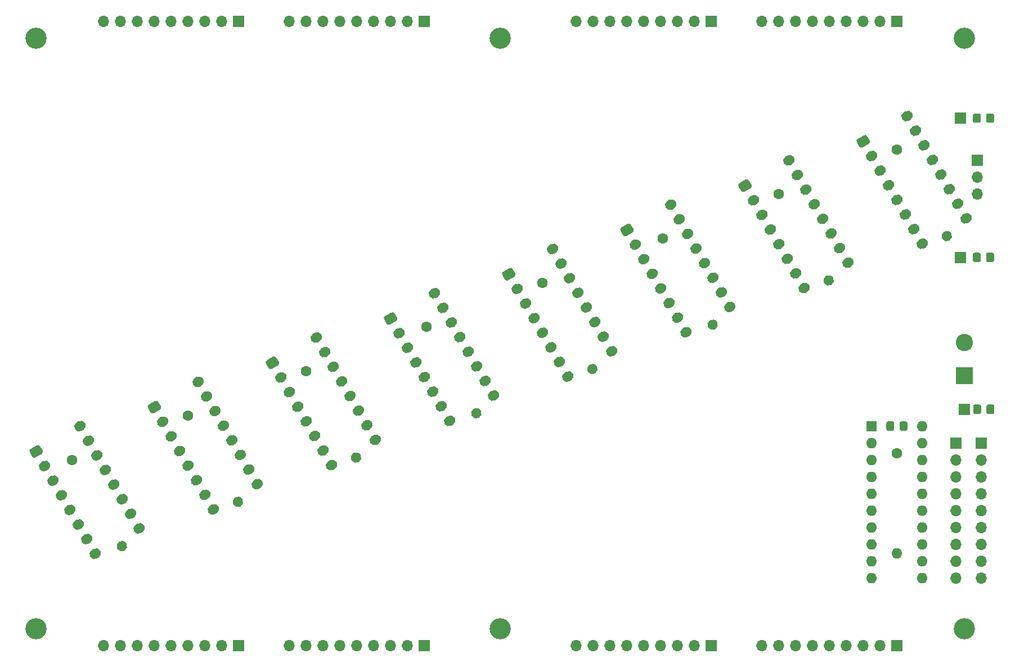
<source format=gbr>
%TF.GenerationSoftware,KiCad,Pcbnew,(5.1.8)-1*%
%TF.CreationDate,2024-07-21T13:54:42+03:00*%
%TF.ProjectId,MUX8x1-v5,4d555838-7831-42d7-9635-2e6b69636164,rev?*%
%TF.SameCoordinates,Original*%
%TF.FileFunction,Soldermask,Bot*%
%TF.FilePolarity,Negative*%
%FSLAX46Y46*%
G04 Gerber Fmt 4.6, Leading zero omitted, Abs format (unit mm)*
G04 Created by KiCad (PCBNEW (5.1.8)-1) date 2024-07-21 13:54:43*
%MOMM*%
%LPD*%
G01*
G04 APERTURE LIST*
%ADD10R,1.700000X1.700000*%
%ADD11O,1.700000X1.700000*%
%ADD12C,3.200000*%
%ADD13O,1.600000X1.600000*%
%ADD14R,1.600000X1.600000*%
%ADD15C,2.600000*%
%ADD16R,2.600000X2.600000*%
%ADD17C,1.600000*%
G04 APERTURE END LIST*
D10*
%TO.C,J20*%
X172085000Y-68580000D03*
%TD*%
D11*
%TO.C,J11*%
X142240000Y-127000000D03*
X144780000Y-127000000D03*
X147320000Y-127000000D03*
X149860000Y-127000000D03*
X152400000Y-127000000D03*
X154940000Y-127000000D03*
X157480000Y-127000000D03*
X160020000Y-127000000D03*
D10*
X162560000Y-127000000D03*
%TD*%
D12*
%TO.C,H6*%
X172720000Y-124460000D03*
%TD*%
%TO.C,H5*%
X172720000Y-35560000D03*
%TD*%
D13*
%TO.C,U9*%
X166370000Y-93980000D03*
X158750000Y-116840000D03*
X166370000Y-96520000D03*
X158750000Y-114300000D03*
X166370000Y-99060000D03*
X158750000Y-111760000D03*
X166370000Y-101600000D03*
X158750000Y-109220000D03*
X166370000Y-104140000D03*
X158750000Y-106680000D03*
X166370000Y-106680000D03*
X158750000Y-104140000D03*
X166370000Y-109220000D03*
X158750000Y-101600000D03*
X166370000Y-111760000D03*
X158750000Y-99060000D03*
X166370000Y-114300000D03*
X158750000Y-96520000D03*
X166370000Y-116840000D03*
D14*
X158750000Y-93980000D03*
%TD*%
%TO.C,U8*%
G36*
G01*
X38839691Y-94430000D02*
X38839691Y-94430000D01*
G75*
G02*
X39114210Y-93405481I649519J375000D01*
G01*
X39374018Y-93255481D01*
G75*
G02*
X40398537Y-93530000I375000J-649519D01*
G01*
X40398537Y-93530000D01*
G75*
G02*
X40124018Y-94554519I-649519J-375000D01*
G01*
X39864210Y-94704519D01*
G75*
G02*
X38839691Y-94430000I-375000J649519D01*
G01*
G37*
G36*
G01*
X41130577Y-113637932D02*
X41130577Y-113637932D01*
G75*
G02*
X41405096Y-112613413I649519J375000D01*
G01*
X41664904Y-112463413D01*
G75*
G02*
X42689423Y-112737932I375000J-649519D01*
G01*
X42689423Y-112737932D01*
G75*
G02*
X42414904Y-113762451I-649519J-375000D01*
G01*
X42155096Y-113912451D01*
G75*
G02*
X41130577Y-113637932I-375000J649519D01*
G01*
G37*
G36*
G01*
X40109691Y-96629705D02*
X40109691Y-96629705D01*
G75*
G02*
X40384210Y-95605186I649519J375000D01*
G01*
X40644018Y-95455186D01*
G75*
G02*
X41668537Y-95729705I375000J-649519D01*
G01*
X41668537Y-95729705D01*
G75*
G02*
X41394018Y-96754224I-649519J-375000D01*
G01*
X41134210Y-96904224D01*
G75*
G02*
X40109691Y-96629705I-375000J649519D01*
G01*
G37*
G36*
G01*
X39860577Y-111438227D02*
X39860577Y-111438227D01*
G75*
G02*
X40135096Y-110413708I649519J375000D01*
G01*
X40394904Y-110263708D01*
G75*
G02*
X41419423Y-110538227I375000J-649519D01*
G01*
X41419423Y-110538227D01*
G75*
G02*
X41144904Y-111562746I-649519J-375000D01*
G01*
X40885096Y-111712746D01*
G75*
G02*
X39860577Y-111438227I-375000J649519D01*
G01*
G37*
G36*
G01*
X41379691Y-98829409D02*
X41379691Y-98829409D01*
G75*
G02*
X41654210Y-97804890I649519J375000D01*
G01*
X41914018Y-97654890D01*
G75*
G02*
X42938537Y-97929409I375000J-649519D01*
G01*
X42938537Y-97929409D01*
G75*
G02*
X42664018Y-98953928I-649519J-375000D01*
G01*
X42404210Y-99103928D01*
G75*
G02*
X41379691Y-98829409I-375000J649519D01*
G01*
G37*
G36*
G01*
X38590577Y-109238523D02*
X38590577Y-109238523D01*
G75*
G02*
X38865096Y-108214004I649519J375000D01*
G01*
X39124904Y-108064004D01*
G75*
G02*
X40149423Y-108338523I375000J-649519D01*
G01*
X40149423Y-108338523D01*
G75*
G02*
X39874904Y-109363042I-649519J-375000D01*
G01*
X39615096Y-109513042D01*
G75*
G02*
X38590577Y-109238523I-375000J649519D01*
G01*
G37*
G36*
G01*
X42649691Y-101029114D02*
X42649691Y-101029114D01*
G75*
G02*
X42924210Y-100004595I649519J375000D01*
G01*
X43184018Y-99854595D01*
G75*
G02*
X44208537Y-100129114I375000J-649519D01*
G01*
X44208537Y-100129114D01*
G75*
G02*
X43934018Y-101153633I-649519J-375000D01*
G01*
X43674210Y-101303633D01*
G75*
G02*
X42649691Y-101029114I-375000J649519D01*
G01*
G37*
G36*
G01*
X37320577Y-107038818D02*
X37320577Y-107038818D01*
G75*
G02*
X37595096Y-106014299I649519J375000D01*
G01*
X37854904Y-105864299D01*
G75*
G02*
X38879423Y-106138818I375000J-649519D01*
G01*
X38879423Y-106138818D01*
G75*
G02*
X38604904Y-107163337I-649519J-375000D01*
G01*
X38345096Y-107313337D01*
G75*
G02*
X37320577Y-107038818I-375000J649519D01*
G01*
G37*
G36*
G01*
X43919691Y-103228818D02*
X43919691Y-103228818D01*
G75*
G02*
X44194210Y-102204299I649519J375000D01*
G01*
X44454018Y-102054299D01*
G75*
G02*
X45478537Y-102328818I375000J-649519D01*
G01*
X45478537Y-102328818D01*
G75*
G02*
X45204018Y-103353337I-649519J-375000D01*
G01*
X44944210Y-103503337D01*
G75*
G02*
X43919691Y-103228818I-375000J649519D01*
G01*
G37*
G36*
G01*
X36050577Y-104839114D02*
X36050577Y-104839114D01*
G75*
G02*
X36325096Y-103814595I649519J375000D01*
G01*
X36584904Y-103664595D01*
G75*
G02*
X37609423Y-103939114I375000J-649519D01*
G01*
X37609423Y-103939114D01*
G75*
G02*
X37334904Y-104963633I-649519J-375000D01*
G01*
X37075096Y-105113633D01*
G75*
G02*
X36050577Y-104839114I-375000J649519D01*
G01*
G37*
G36*
G01*
X45189691Y-105428523D02*
X45189691Y-105428523D01*
G75*
G02*
X45464210Y-104404004I649519J375000D01*
G01*
X45724018Y-104254004D01*
G75*
G02*
X46748537Y-104528523I375000J-649519D01*
G01*
X46748537Y-104528523D01*
G75*
G02*
X46474018Y-105553042I-649519J-375000D01*
G01*
X46214210Y-105703042D01*
G75*
G02*
X45189691Y-105428523I-375000J649519D01*
G01*
G37*
G36*
G01*
X34780577Y-102639409D02*
X34780577Y-102639409D01*
G75*
G02*
X35055096Y-101614890I649519J375000D01*
G01*
X35314904Y-101464890D01*
G75*
G02*
X36339423Y-101739409I375000J-649519D01*
G01*
X36339423Y-101739409D01*
G75*
G02*
X36064904Y-102763928I-649519J-375000D01*
G01*
X35805096Y-102913928D01*
G75*
G02*
X34780577Y-102639409I-375000J649519D01*
G01*
G37*
G36*
G01*
X46459691Y-107628227D02*
X46459691Y-107628227D01*
G75*
G02*
X46734210Y-106603708I649519J375000D01*
G01*
X46994018Y-106453708D01*
G75*
G02*
X48018537Y-106728227I375000J-649519D01*
G01*
X48018537Y-106728227D01*
G75*
G02*
X47744018Y-107752746I-649519J-375000D01*
G01*
X47484210Y-107902746D01*
G75*
G02*
X46459691Y-107628227I-375000J649519D01*
G01*
G37*
G36*
G01*
X33510577Y-100439705D02*
X33510577Y-100439705D01*
G75*
G02*
X33785096Y-99415186I649519J375000D01*
G01*
X34044904Y-99265186D01*
G75*
G02*
X35069423Y-99539705I375000J-649519D01*
G01*
X35069423Y-99539705D01*
G75*
G02*
X34794904Y-100564224I-649519J-375000D01*
G01*
X34535096Y-100714224D01*
G75*
G02*
X33510577Y-100439705I-375000J649519D01*
G01*
G37*
G36*
G01*
X47729691Y-109827932D02*
X47729691Y-109827932D01*
G75*
G02*
X48004210Y-108803413I649519J375000D01*
G01*
X48264018Y-108653413D01*
G75*
G02*
X49288537Y-108927932I375000J-649519D01*
G01*
X49288537Y-108927932D01*
G75*
G02*
X49014018Y-109952451I-649519J-375000D01*
G01*
X48754210Y-110102451D01*
G75*
G02*
X47729691Y-109827932I-375000J649519D01*
G01*
G37*
G36*
G01*
X32428077Y-98564760D02*
X32053077Y-97915240D01*
G75*
G02*
X32190337Y-97402980I324760J187500D01*
G01*
X33099663Y-96877980D01*
G75*
G02*
X33611923Y-97015240I187500J-324760D01*
G01*
X33986923Y-97664760D01*
G75*
G02*
X33849663Y-98177020I-324760J-187500D01*
G01*
X32940337Y-98702020D01*
G75*
G02*
X32428077Y-98564760I-187500J324760D01*
G01*
G37*
%TD*%
%TO.C,U7*%
G36*
G01*
X56619691Y-87762500D02*
X56619691Y-87762500D01*
G75*
G02*
X56894210Y-86737981I649519J375000D01*
G01*
X57154018Y-86587981D01*
G75*
G02*
X58178537Y-86862500I375000J-649519D01*
G01*
X58178537Y-86862500D01*
G75*
G02*
X57904018Y-87887019I-649519J-375000D01*
G01*
X57644210Y-88037019D01*
G75*
G02*
X56619691Y-87762500I-375000J649519D01*
G01*
G37*
G36*
G01*
X58910577Y-106970432D02*
X58910577Y-106970432D01*
G75*
G02*
X59185096Y-105945913I649519J375000D01*
G01*
X59444904Y-105795913D01*
G75*
G02*
X60469423Y-106070432I375000J-649519D01*
G01*
X60469423Y-106070432D01*
G75*
G02*
X60194904Y-107094951I-649519J-375000D01*
G01*
X59935096Y-107244951D01*
G75*
G02*
X58910577Y-106970432I-375000J649519D01*
G01*
G37*
G36*
G01*
X57889691Y-89962205D02*
X57889691Y-89962205D01*
G75*
G02*
X58164210Y-88937686I649519J375000D01*
G01*
X58424018Y-88787686D01*
G75*
G02*
X59448537Y-89062205I375000J-649519D01*
G01*
X59448537Y-89062205D01*
G75*
G02*
X59174018Y-90086724I-649519J-375000D01*
G01*
X58914210Y-90236724D01*
G75*
G02*
X57889691Y-89962205I-375000J649519D01*
G01*
G37*
G36*
G01*
X57640577Y-104770727D02*
X57640577Y-104770727D01*
G75*
G02*
X57915096Y-103746208I649519J375000D01*
G01*
X58174904Y-103596208D01*
G75*
G02*
X59199423Y-103870727I375000J-649519D01*
G01*
X59199423Y-103870727D01*
G75*
G02*
X58924904Y-104895246I-649519J-375000D01*
G01*
X58665096Y-105045246D01*
G75*
G02*
X57640577Y-104770727I-375000J649519D01*
G01*
G37*
G36*
G01*
X59159691Y-92161909D02*
X59159691Y-92161909D01*
G75*
G02*
X59434210Y-91137390I649519J375000D01*
G01*
X59694018Y-90987390D01*
G75*
G02*
X60718537Y-91261909I375000J-649519D01*
G01*
X60718537Y-91261909D01*
G75*
G02*
X60444018Y-92286428I-649519J-375000D01*
G01*
X60184210Y-92436428D01*
G75*
G02*
X59159691Y-92161909I-375000J649519D01*
G01*
G37*
G36*
G01*
X56370577Y-102571023D02*
X56370577Y-102571023D01*
G75*
G02*
X56645096Y-101546504I649519J375000D01*
G01*
X56904904Y-101396504D01*
G75*
G02*
X57929423Y-101671023I375000J-649519D01*
G01*
X57929423Y-101671023D01*
G75*
G02*
X57654904Y-102695542I-649519J-375000D01*
G01*
X57395096Y-102845542D01*
G75*
G02*
X56370577Y-102571023I-375000J649519D01*
G01*
G37*
G36*
G01*
X60429691Y-94361614D02*
X60429691Y-94361614D01*
G75*
G02*
X60704210Y-93337095I649519J375000D01*
G01*
X60964018Y-93187095D01*
G75*
G02*
X61988537Y-93461614I375000J-649519D01*
G01*
X61988537Y-93461614D01*
G75*
G02*
X61714018Y-94486133I-649519J-375000D01*
G01*
X61454210Y-94636133D01*
G75*
G02*
X60429691Y-94361614I-375000J649519D01*
G01*
G37*
G36*
G01*
X55100577Y-100371318D02*
X55100577Y-100371318D01*
G75*
G02*
X55375096Y-99346799I649519J375000D01*
G01*
X55634904Y-99196799D01*
G75*
G02*
X56659423Y-99471318I375000J-649519D01*
G01*
X56659423Y-99471318D01*
G75*
G02*
X56384904Y-100495837I-649519J-375000D01*
G01*
X56125096Y-100645837D01*
G75*
G02*
X55100577Y-100371318I-375000J649519D01*
G01*
G37*
G36*
G01*
X61699691Y-96561318D02*
X61699691Y-96561318D01*
G75*
G02*
X61974210Y-95536799I649519J375000D01*
G01*
X62234018Y-95386799D01*
G75*
G02*
X63258537Y-95661318I375000J-649519D01*
G01*
X63258537Y-95661318D01*
G75*
G02*
X62984018Y-96685837I-649519J-375000D01*
G01*
X62724210Y-96835837D01*
G75*
G02*
X61699691Y-96561318I-375000J649519D01*
G01*
G37*
G36*
G01*
X53830577Y-98171614D02*
X53830577Y-98171614D01*
G75*
G02*
X54105096Y-97147095I649519J375000D01*
G01*
X54364904Y-96997095D01*
G75*
G02*
X55389423Y-97271614I375000J-649519D01*
G01*
X55389423Y-97271614D01*
G75*
G02*
X55114904Y-98296133I-649519J-375000D01*
G01*
X54855096Y-98446133D01*
G75*
G02*
X53830577Y-98171614I-375000J649519D01*
G01*
G37*
G36*
G01*
X62969691Y-98761023D02*
X62969691Y-98761023D01*
G75*
G02*
X63244210Y-97736504I649519J375000D01*
G01*
X63504018Y-97586504D01*
G75*
G02*
X64528537Y-97861023I375000J-649519D01*
G01*
X64528537Y-97861023D01*
G75*
G02*
X64254018Y-98885542I-649519J-375000D01*
G01*
X63994210Y-99035542D01*
G75*
G02*
X62969691Y-98761023I-375000J649519D01*
G01*
G37*
G36*
G01*
X52560577Y-95971909D02*
X52560577Y-95971909D01*
G75*
G02*
X52835096Y-94947390I649519J375000D01*
G01*
X53094904Y-94797390D01*
G75*
G02*
X54119423Y-95071909I375000J-649519D01*
G01*
X54119423Y-95071909D01*
G75*
G02*
X53844904Y-96096428I-649519J-375000D01*
G01*
X53585096Y-96246428D01*
G75*
G02*
X52560577Y-95971909I-375000J649519D01*
G01*
G37*
G36*
G01*
X64239691Y-100960727D02*
X64239691Y-100960727D01*
G75*
G02*
X64514210Y-99936208I649519J375000D01*
G01*
X64774018Y-99786208D01*
G75*
G02*
X65798537Y-100060727I375000J-649519D01*
G01*
X65798537Y-100060727D01*
G75*
G02*
X65524018Y-101085246I-649519J-375000D01*
G01*
X65264210Y-101235246D01*
G75*
G02*
X64239691Y-100960727I-375000J649519D01*
G01*
G37*
G36*
G01*
X51290577Y-93772205D02*
X51290577Y-93772205D01*
G75*
G02*
X51565096Y-92747686I649519J375000D01*
G01*
X51824904Y-92597686D01*
G75*
G02*
X52849423Y-92872205I375000J-649519D01*
G01*
X52849423Y-92872205D01*
G75*
G02*
X52574904Y-93896724I-649519J-375000D01*
G01*
X52315096Y-94046724D01*
G75*
G02*
X51290577Y-93772205I-375000J649519D01*
G01*
G37*
G36*
G01*
X65509691Y-103160432D02*
X65509691Y-103160432D01*
G75*
G02*
X65784210Y-102135913I649519J375000D01*
G01*
X66044018Y-101985913D01*
G75*
G02*
X67068537Y-102260432I375000J-649519D01*
G01*
X67068537Y-102260432D01*
G75*
G02*
X66794018Y-103284951I-649519J-375000D01*
G01*
X66534210Y-103434951D01*
G75*
G02*
X65509691Y-103160432I-375000J649519D01*
G01*
G37*
G36*
G01*
X50208077Y-91897260D02*
X49833077Y-91247740D01*
G75*
G02*
X49970337Y-90735480I324760J187500D01*
G01*
X50879663Y-90210480D01*
G75*
G02*
X51391923Y-90347740I187500J-324760D01*
G01*
X51766923Y-90997260D01*
G75*
G02*
X51629663Y-91509520I-324760J-187500D01*
G01*
X50720337Y-92034520D01*
G75*
G02*
X50208077Y-91897260I-187500J324760D01*
G01*
G37*
%TD*%
%TO.C,U6*%
G36*
G01*
X74399691Y-81095000D02*
X74399691Y-81095000D01*
G75*
G02*
X74674210Y-80070481I649519J375000D01*
G01*
X74934018Y-79920481D01*
G75*
G02*
X75958537Y-80195000I375000J-649519D01*
G01*
X75958537Y-80195000D01*
G75*
G02*
X75684018Y-81219519I-649519J-375000D01*
G01*
X75424210Y-81369519D01*
G75*
G02*
X74399691Y-81095000I-375000J649519D01*
G01*
G37*
G36*
G01*
X76690577Y-100302932D02*
X76690577Y-100302932D01*
G75*
G02*
X76965096Y-99278413I649519J375000D01*
G01*
X77224904Y-99128413D01*
G75*
G02*
X78249423Y-99402932I375000J-649519D01*
G01*
X78249423Y-99402932D01*
G75*
G02*
X77974904Y-100427451I-649519J-375000D01*
G01*
X77715096Y-100577451D01*
G75*
G02*
X76690577Y-100302932I-375000J649519D01*
G01*
G37*
G36*
G01*
X75669691Y-83294705D02*
X75669691Y-83294705D01*
G75*
G02*
X75944210Y-82270186I649519J375000D01*
G01*
X76204018Y-82120186D01*
G75*
G02*
X77228537Y-82394705I375000J-649519D01*
G01*
X77228537Y-82394705D01*
G75*
G02*
X76954018Y-83419224I-649519J-375000D01*
G01*
X76694210Y-83569224D01*
G75*
G02*
X75669691Y-83294705I-375000J649519D01*
G01*
G37*
G36*
G01*
X75420577Y-98103227D02*
X75420577Y-98103227D01*
G75*
G02*
X75695096Y-97078708I649519J375000D01*
G01*
X75954904Y-96928708D01*
G75*
G02*
X76979423Y-97203227I375000J-649519D01*
G01*
X76979423Y-97203227D01*
G75*
G02*
X76704904Y-98227746I-649519J-375000D01*
G01*
X76445096Y-98377746D01*
G75*
G02*
X75420577Y-98103227I-375000J649519D01*
G01*
G37*
G36*
G01*
X76939691Y-85494409D02*
X76939691Y-85494409D01*
G75*
G02*
X77214210Y-84469890I649519J375000D01*
G01*
X77474018Y-84319890D01*
G75*
G02*
X78498537Y-84594409I375000J-649519D01*
G01*
X78498537Y-84594409D01*
G75*
G02*
X78224018Y-85618928I-649519J-375000D01*
G01*
X77964210Y-85768928D01*
G75*
G02*
X76939691Y-85494409I-375000J649519D01*
G01*
G37*
G36*
G01*
X74150577Y-95903523D02*
X74150577Y-95903523D01*
G75*
G02*
X74425096Y-94879004I649519J375000D01*
G01*
X74684904Y-94729004D01*
G75*
G02*
X75709423Y-95003523I375000J-649519D01*
G01*
X75709423Y-95003523D01*
G75*
G02*
X75434904Y-96028042I-649519J-375000D01*
G01*
X75175096Y-96178042D01*
G75*
G02*
X74150577Y-95903523I-375000J649519D01*
G01*
G37*
G36*
G01*
X78209691Y-87694114D02*
X78209691Y-87694114D01*
G75*
G02*
X78484210Y-86669595I649519J375000D01*
G01*
X78744018Y-86519595D01*
G75*
G02*
X79768537Y-86794114I375000J-649519D01*
G01*
X79768537Y-86794114D01*
G75*
G02*
X79494018Y-87818633I-649519J-375000D01*
G01*
X79234210Y-87968633D01*
G75*
G02*
X78209691Y-87694114I-375000J649519D01*
G01*
G37*
G36*
G01*
X72880577Y-93703818D02*
X72880577Y-93703818D01*
G75*
G02*
X73155096Y-92679299I649519J375000D01*
G01*
X73414904Y-92529299D01*
G75*
G02*
X74439423Y-92803818I375000J-649519D01*
G01*
X74439423Y-92803818D01*
G75*
G02*
X74164904Y-93828337I-649519J-375000D01*
G01*
X73905096Y-93978337D01*
G75*
G02*
X72880577Y-93703818I-375000J649519D01*
G01*
G37*
G36*
G01*
X79479691Y-89893818D02*
X79479691Y-89893818D01*
G75*
G02*
X79754210Y-88869299I649519J375000D01*
G01*
X80014018Y-88719299D01*
G75*
G02*
X81038537Y-88993818I375000J-649519D01*
G01*
X81038537Y-88993818D01*
G75*
G02*
X80764018Y-90018337I-649519J-375000D01*
G01*
X80504210Y-90168337D01*
G75*
G02*
X79479691Y-89893818I-375000J649519D01*
G01*
G37*
G36*
G01*
X71610577Y-91504114D02*
X71610577Y-91504114D01*
G75*
G02*
X71885096Y-90479595I649519J375000D01*
G01*
X72144904Y-90329595D01*
G75*
G02*
X73169423Y-90604114I375000J-649519D01*
G01*
X73169423Y-90604114D01*
G75*
G02*
X72894904Y-91628633I-649519J-375000D01*
G01*
X72635096Y-91778633D01*
G75*
G02*
X71610577Y-91504114I-375000J649519D01*
G01*
G37*
G36*
G01*
X80749691Y-92093523D02*
X80749691Y-92093523D01*
G75*
G02*
X81024210Y-91069004I649519J375000D01*
G01*
X81284018Y-90919004D01*
G75*
G02*
X82308537Y-91193523I375000J-649519D01*
G01*
X82308537Y-91193523D01*
G75*
G02*
X82034018Y-92218042I-649519J-375000D01*
G01*
X81774210Y-92368042D01*
G75*
G02*
X80749691Y-92093523I-375000J649519D01*
G01*
G37*
G36*
G01*
X70340577Y-89304409D02*
X70340577Y-89304409D01*
G75*
G02*
X70615096Y-88279890I649519J375000D01*
G01*
X70874904Y-88129890D01*
G75*
G02*
X71899423Y-88404409I375000J-649519D01*
G01*
X71899423Y-88404409D01*
G75*
G02*
X71624904Y-89428928I-649519J-375000D01*
G01*
X71365096Y-89578928D01*
G75*
G02*
X70340577Y-89304409I-375000J649519D01*
G01*
G37*
G36*
G01*
X82019691Y-94293227D02*
X82019691Y-94293227D01*
G75*
G02*
X82294210Y-93268708I649519J375000D01*
G01*
X82554018Y-93118708D01*
G75*
G02*
X83578537Y-93393227I375000J-649519D01*
G01*
X83578537Y-93393227D01*
G75*
G02*
X83304018Y-94417746I-649519J-375000D01*
G01*
X83044210Y-94567746D01*
G75*
G02*
X82019691Y-94293227I-375000J649519D01*
G01*
G37*
G36*
G01*
X69070577Y-87104705D02*
X69070577Y-87104705D01*
G75*
G02*
X69345096Y-86080186I649519J375000D01*
G01*
X69604904Y-85930186D01*
G75*
G02*
X70629423Y-86204705I375000J-649519D01*
G01*
X70629423Y-86204705D01*
G75*
G02*
X70354904Y-87229224I-649519J-375000D01*
G01*
X70095096Y-87379224D01*
G75*
G02*
X69070577Y-87104705I-375000J649519D01*
G01*
G37*
G36*
G01*
X83289691Y-96492932D02*
X83289691Y-96492932D01*
G75*
G02*
X83564210Y-95468413I649519J375000D01*
G01*
X83824018Y-95318413D01*
G75*
G02*
X84848537Y-95592932I375000J-649519D01*
G01*
X84848537Y-95592932D01*
G75*
G02*
X84574018Y-96617451I-649519J-375000D01*
G01*
X84314210Y-96767451D01*
G75*
G02*
X83289691Y-96492932I-375000J649519D01*
G01*
G37*
G36*
G01*
X67988077Y-85229760D02*
X67613077Y-84580240D01*
G75*
G02*
X67750337Y-84067980I324760J187500D01*
G01*
X68659663Y-83542980D01*
G75*
G02*
X69171923Y-83680240I187500J-324760D01*
G01*
X69546923Y-84329760D01*
G75*
G02*
X69409663Y-84842020I-324760J-187500D01*
G01*
X68500337Y-85367020D01*
G75*
G02*
X67988077Y-85229760I-187500J324760D01*
G01*
G37*
%TD*%
%TO.C,U5*%
G36*
G01*
X92179691Y-74427500D02*
X92179691Y-74427500D01*
G75*
G02*
X92454210Y-73402981I649519J375000D01*
G01*
X92714018Y-73252981D01*
G75*
G02*
X93738537Y-73527500I375000J-649519D01*
G01*
X93738537Y-73527500D01*
G75*
G02*
X93464018Y-74552019I-649519J-375000D01*
G01*
X93204210Y-74702019D01*
G75*
G02*
X92179691Y-74427500I-375000J649519D01*
G01*
G37*
G36*
G01*
X94470577Y-93635432D02*
X94470577Y-93635432D01*
G75*
G02*
X94745096Y-92610913I649519J375000D01*
G01*
X95004904Y-92460913D01*
G75*
G02*
X96029423Y-92735432I375000J-649519D01*
G01*
X96029423Y-92735432D01*
G75*
G02*
X95754904Y-93759951I-649519J-375000D01*
G01*
X95495096Y-93909951D01*
G75*
G02*
X94470577Y-93635432I-375000J649519D01*
G01*
G37*
G36*
G01*
X93449691Y-76627205D02*
X93449691Y-76627205D01*
G75*
G02*
X93724210Y-75602686I649519J375000D01*
G01*
X93984018Y-75452686D01*
G75*
G02*
X95008537Y-75727205I375000J-649519D01*
G01*
X95008537Y-75727205D01*
G75*
G02*
X94734018Y-76751724I-649519J-375000D01*
G01*
X94474210Y-76901724D01*
G75*
G02*
X93449691Y-76627205I-375000J649519D01*
G01*
G37*
G36*
G01*
X93200577Y-91435727D02*
X93200577Y-91435727D01*
G75*
G02*
X93475096Y-90411208I649519J375000D01*
G01*
X93734904Y-90261208D01*
G75*
G02*
X94759423Y-90535727I375000J-649519D01*
G01*
X94759423Y-90535727D01*
G75*
G02*
X94484904Y-91560246I-649519J-375000D01*
G01*
X94225096Y-91710246D01*
G75*
G02*
X93200577Y-91435727I-375000J649519D01*
G01*
G37*
G36*
G01*
X94719691Y-78826909D02*
X94719691Y-78826909D01*
G75*
G02*
X94994210Y-77802390I649519J375000D01*
G01*
X95254018Y-77652390D01*
G75*
G02*
X96278537Y-77926909I375000J-649519D01*
G01*
X96278537Y-77926909D01*
G75*
G02*
X96004018Y-78951428I-649519J-375000D01*
G01*
X95744210Y-79101428D01*
G75*
G02*
X94719691Y-78826909I-375000J649519D01*
G01*
G37*
G36*
G01*
X91930577Y-89236023D02*
X91930577Y-89236023D01*
G75*
G02*
X92205096Y-88211504I649519J375000D01*
G01*
X92464904Y-88061504D01*
G75*
G02*
X93489423Y-88336023I375000J-649519D01*
G01*
X93489423Y-88336023D01*
G75*
G02*
X93214904Y-89360542I-649519J-375000D01*
G01*
X92955096Y-89510542D01*
G75*
G02*
X91930577Y-89236023I-375000J649519D01*
G01*
G37*
G36*
G01*
X95989691Y-81026614D02*
X95989691Y-81026614D01*
G75*
G02*
X96264210Y-80002095I649519J375000D01*
G01*
X96524018Y-79852095D01*
G75*
G02*
X97548537Y-80126614I375000J-649519D01*
G01*
X97548537Y-80126614D01*
G75*
G02*
X97274018Y-81151133I-649519J-375000D01*
G01*
X97014210Y-81301133D01*
G75*
G02*
X95989691Y-81026614I-375000J649519D01*
G01*
G37*
G36*
G01*
X90660577Y-87036318D02*
X90660577Y-87036318D01*
G75*
G02*
X90935096Y-86011799I649519J375000D01*
G01*
X91194904Y-85861799D01*
G75*
G02*
X92219423Y-86136318I375000J-649519D01*
G01*
X92219423Y-86136318D01*
G75*
G02*
X91944904Y-87160837I-649519J-375000D01*
G01*
X91685096Y-87310837D01*
G75*
G02*
X90660577Y-87036318I-375000J649519D01*
G01*
G37*
G36*
G01*
X97259691Y-83226318D02*
X97259691Y-83226318D01*
G75*
G02*
X97534210Y-82201799I649519J375000D01*
G01*
X97794018Y-82051799D01*
G75*
G02*
X98818537Y-82326318I375000J-649519D01*
G01*
X98818537Y-82326318D01*
G75*
G02*
X98544018Y-83350837I-649519J-375000D01*
G01*
X98284210Y-83500837D01*
G75*
G02*
X97259691Y-83226318I-375000J649519D01*
G01*
G37*
G36*
G01*
X89390577Y-84836614D02*
X89390577Y-84836614D01*
G75*
G02*
X89665096Y-83812095I649519J375000D01*
G01*
X89924904Y-83662095D01*
G75*
G02*
X90949423Y-83936614I375000J-649519D01*
G01*
X90949423Y-83936614D01*
G75*
G02*
X90674904Y-84961133I-649519J-375000D01*
G01*
X90415096Y-85111133D01*
G75*
G02*
X89390577Y-84836614I-375000J649519D01*
G01*
G37*
G36*
G01*
X98529691Y-85426023D02*
X98529691Y-85426023D01*
G75*
G02*
X98804210Y-84401504I649519J375000D01*
G01*
X99064018Y-84251504D01*
G75*
G02*
X100088537Y-84526023I375000J-649519D01*
G01*
X100088537Y-84526023D01*
G75*
G02*
X99814018Y-85550542I-649519J-375000D01*
G01*
X99554210Y-85700542D01*
G75*
G02*
X98529691Y-85426023I-375000J649519D01*
G01*
G37*
G36*
G01*
X88120577Y-82636909D02*
X88120577Y-82636909D01*
G75*
G02*
X88395096Y-81612390I649519J375000D01*
G01*
X88654904Y-81462390D01*
G75*
G02*
X89679423Y-81736909I375000J-649519D01*
G01*
X89679423Y-81736909D01*
G75*
G02*
X89404904Y-82761428I-649519J-375000D01*
G01*
X89145096Y-82911428D01*
G75*
G02*
X88120577Y-82636909I-375000J649519D01*
G01*
G37*
G36*
G01*
X99799691Y-87625727D02*
X99799691Y-87625727D01*
G75*
G02*
X100074210Y-86601208I649519J375000D01*
G01*
X100334018Y-86451208D01*
G75*
G02*
X101358537Y-86725727I375000J-649519D01*
G01*
X101358537Y-86725727D01*
G75*
G02*
X101084018Y-87750246I-649519J-375000D01*
G01*
X100824210Y-87900246D01*
G75*
G02*
X99799691Y-87625727I-375000J649519D01*
G01*
G37*
G36*
G01*
X86850577Y-80437205D02*
X86850577Y-80437205D01*
G75*
G02*
X87125096Y-79412686I649519J375000D01*
G01*
X87384904Y-79262686D01*
G75*
G02*
X88409423Y-79537205I375000J-649519D01*
G01*
X88409423Y-79537205D01*
G75*
G02*
X88134904Y-80561724I-649519J-375000D01*
G01*
X87875096Y-80711724D01*
G75*
G02*
X86850577Y-80437205I-375000J649519D01*
G01*
G37*
G36*
G01*
X101069691Y-89825432D02*
X101069691Y-89825432D01*
G75*
G02*
X101344210Y-88800913I649519J375000D01*
G01*
X101604018Y-88650913D01*
G75*
G02*
X102628537Y-88925432I375000J-649519D01*
G01*
X102628537Y-88925432D01*
G75*
G02*
X102354018Y-89949951I-649519J-375000D01*
G01*
X102094210Y-90099951D01*
G75*
G02*
X101069691Y-89825432I-375000J649519D01*
G01*
G37*
G36*
G01*
X85768077Y-78562260D02*
X85393077Y-77912740D01*
G75*
G02*
X85530337Y-77400480I324760J187500D01*
G01*
X86439663Y-76875480D01*
G75*
G02*
X86951923Y-77012740I187500J-324760D01*
G01*
X87326923Y-77662260D01*
G75*
G02*
X87189663Y-78174520I-324760J-187500D01*
G01*
X86280337Y-78699520D01*
G75*
G02*
X85768077Y-78562260I-187500J324760D01*
G01*
G37*
%TD*%
%TO.C,U4*%
G36*
G01*
X109959691Y-67760000D02*
X109959691Y-67760000D01*
G75*
G02*
X110234210Y-66735481I649519J375000D01*
G01*
X110494018Y-66585481D01*
G75*
G02*
X111518537Y-66860000I375000J-649519D01*
G01*
X111518537Y-66860000D01*
G75*
G02*
X111244018Y-67884519I-649519J-375000D01*
G01*
X110984210Y-68034519D01*
G75*
G02*
X109959691Y-67760000I-375000J649519D01*
G01*
G37*
G36*
G01*
X112250577Y-86967932D02*
X112250577Y-86967932D01*
G75*
G02*
X112525096Y-85943413I649519J375000D01*
G01*
X112784904Y-85793413D01*
G75*
G02*
X113809423Y-86067932I375000J-649519D01*
G01*
X113809423Y-86067932D01*
G75*
G02*
X113534904Y-87092451I-649519J-375000D01*
G01*
X113275096Y-87242451D01*
G75*
G02*
X112250577Y-86967932I-375000J649519D01*
G01*
G37*
G36*
G01*
X111229691Y-69959705D02*
X111229691Y-69959705D01*
G75*
G02*
X111504210Y-68935186I649519J375000D01*
G01*
X111764018Y-68785186D01*
G75*
G02*
X112788537Y-69059705I375000J-649519D01*
G01*
X112788537Y-69059705D01*
G75*
G02*
X112514018Y-70084224I-649519J-375000D01*
G01*
X112254210Y-70234224D01*
G75*
G02*
X111229691Y-69959705I-375000J649519D01*
G01*
G37*
G36*
G01*
X110980577Y-84768227D02*
X110980577Y-84768227D01*
G75*
G02*
X111255096Y-83743708I649519J375000D01*
G01*
X111514904Y-83593708D01*
G75*
G02*
X112539423Y-83868227I375000J-649519D01*
G01*
X112539423Y-83868227D01*
G75*
G02*
X112264904Y-84892746I-649519J-375000D01*
G01*
X112005096Y-85042746D01*
G75*
G02*
X110980577Y-84768227I-375000J649519D01*
G01*
G37*
G36*
G01*
X112499691Y-72159409D02*
X112499691Y-72159409D01*
G75*
G02*
X112774210Y-71134890I649519J375000D01*
G01*
X113034018Y-70984890D01*
G75*
G02*
X114058537Y-71259409I375000J-649519D01*
G01*
X114058537Y-71259409D01*
G75*
G02*
X113784018Y-72283928I-649519J-375000D01*
G01*
X113524210Y-72433928D01*
G75*
G02*
X112499691Y-72159409I-375000J649519D01*
G01*
G37*
G36*
G01*
X109710577Y-82568523D02*
X109710577Y-82568523D01*
G75*
G02*
X109985096Y-81544004I649519J375000D01*
G01*
X110244904Y-81394004D01*
G75*
G02*
X111269423Y-81668523I375000J-649519D01*
G01*
X111269423Y-81668523D01*
G75*
G02*
X110994904Y-82693042I-649519J-375000D01*
G01*
X110735096Y-82843042D01*
G75*
G02*
X109710577Y-82568523I-375000J649519D01*
G01*
G37*
G36*
G01*
X113769691Y-74359114D02*
X113769691Y-74359114D01*
G75*
G02*
X114044210Y-73334595I649519J375000D01*
G01*
X114304018Y-73184595D01*
G75*
G02*
X115328537Y-73459114I375000J-649519D01*
G01*
X115328537Y-73459114D01*
G75*
G02*
X115054018Y-74483633I-649519J-375000D01*
G01*
X114794210Y-74633633D01*
G75*
G02*
X113769691Y-74359114I-375000J649519D01*
G01*
G37*
G36*
G01*
X108440577Y-80368818D02*
X108440577Y-80368818D01*
G75*
G02*
X108715096Y-79344299I649519J375000D01*
G01*
X108974904Y-79194299D01*
G75*
G02*
X109999423Y-79468818I375000J-649519D01*
G01*
X109999423Y-79468818D01*
G75*
G02*
X109724904Y-80493337I-649519J-375000D01*
G01*
X109465096Y-80643337D01*
G75*
G02*
X108440577Y-80368818I-375000J649519D01*
G01*
G37*
G36*
G01*
X115039691Y-76558818D02*
X115039691Y-76558818D01*
G75*
G02*
X115314210Y-75534299I649519J375000D01*
G01*
X115574018Y-75384299D01*
G75*
G02*
X116598537Y-75658818I375000J-649519D01*
G01*
X116598537Y-75658818D01*
G75*
G02*
X116324018Y-76683337I-649519J-375000D01*
G01*
X116064210Y-76833337D01*
G75*
G02*
X115039691Y-76558818I-375000J649519D01*
G01*
G37*
G36*
G01*
X107170577Y-78169114D02*
X107170577Y-78169114D01*
G75*
G02*
X107445096Y-77144595I649519J375000D01*
G01*
X107704904Y-76994595D01*
G75*
G02*
X108729423Y-77269114I375000J-649519D01*
G01*
X108729423Y-77269114D01*
G75*
G02*
X108454904Y-78293633I-649519J-375000D01*
G01*
X108195096Y-78443633D01*
G75*
G02*
X107170577Y-78169114I-375000J649519D01*
G01*
G37*
G36*
G01*
X116309691Y-78758523D02*
X116309691Y-78758523D01*
G75*
G02*
X116584210Y-77734004I649519J375000D01*
G01*
X116844018Y-77584004D01*
G75*
G02*
X117868537Y-77858523I375000J-649519D01*
G01*
X117868537Y-77858523D01*
G75*
G02*
X117594018Y-78883042I-649519J-375000D01*
G01*
X117334210Y-79033042D01*
G75*
G02*
X116309691Y-78758523I-375000J649519D01*
G01*
G37*
G36*
G01*
X105900577Y-75969409D02*
X105900577Y-75969409D01*
G75*
G02*
X106175096Y-74944890I649519J375000D01*
G01*
X106434904Y-74794890D01*
G75*
G02*
X107459423Y-75069409I375000J-649519D01*
G01*
X107459423Y-75069409D01*
G75*
G02*
X107184904Y-76093928I-649519J-375000D01*
G01*
X106925096Y-76243928D01*
G75*
G02*
X105900577Y-75969409I-375000J649519D01*
G01*
G37*
G36*
G01*
X117579691Y-80958227D02*
X117579691Y-80958227D01*
G75*
G02*
X117854210Y-79933708I649519J375000D01*
G01*
X118114018Y-79783708D01*
G75*
G02*
X119138537Y-80058227I375000J-649519D01*
G01*
X119138537Y-80058227D01*
G75*
G02*
X118864018Y-81082746I-649519J-375000D01*
G01*
X118604210Y-81232746D01*
G75*
G02*
X117579691Y-80958227I-375000J649519D01*
G01*
G37*
G36*
G01*
X104630577Y-73769705D02*
X104630577Y-73769705D01*
G75*
G02*
X104905096Y-72745186I649519J375000D01*
G01*
X105164904Y-72595186D01*
G75*
G02*
X106189423Y-72869705I375000J-649519D01*
G01*
X106189423Y-72869705D01*
G75*
G02*
X105914904Y-73894224I-649519J-375000D01*
G01*
X105655096Y-74044224D01*
G75*
G02*
X104630577Y-73769705I-375000J649519D01*
G01*
G37*
G36*
G01*
X118849691Y-83157932D02*
X118849691Y-83157932D01*
G75*
G02*
X119124210Y-82133413I649519J375000D01*
G01*
X119384018Y-81983413D01*
G75*
G02*
X120408537Y-82257932I375000J-649519D01*
G01*
X120408537Y-82257932D01*
G75*
G02*
X120134018Y-83282451I-649519J-375000D01*
G01*
X119874210Y-83432451D01*
G75*
G02*
X118849691Y-83157932I-375000J649519D01*
G01*
G37*
G36*
G01*
X103548077Y-71894760D02*
X103173077Y-71245240D01*
G75*
G02*
X103310337Y-70732980I324760J187500D01*
G01*
X104219663Y-70207980D01*
G75*
G02*
X104731923Y-70345240I187500J-324760D01*
G01*
X105106923Y-70994760D01*
G75*
G02*
X104969663Y-71507020I-324760J-187500D01*
G01*
X104060337Y-72032020D01*
G75*
G02*
X103548077Y-71894760I-187500J324760D01*
G01*
G37*
%TD*%
%TO.C,U3*%
G36*
G01*
X127739691Y-61092500D02*
X127739691Y-61092500D01*
G75*
G02*
X128014210Y-60067981I649519J375000D01*
G01*
X128274018Y-59917981D01*
G75*
G02*
X129298537Y-60192500I375000J-649519D01*
G01*
X129298537Y-60192500D01*
G75*
G02*
X129024018Y-61217019I-649519J-375000D01*
G01*
X128764210Y-61367019D01*
G75*
G02*
X127739691Y-61092500I-375000J649519D01*
G01*
G37*
G36*
G01*
X130030577Y-80300432D02*
X130030577Y-80300432D01*
G75*
G02*
X130305096Y-79275913I649519J375000D01*
G01*
X130564904Y-79125913D01*
G75*
G02*
X131589423Y-79400432I375000J-649519D01*
G01*
X131589423Y-79400432D01*
G75*
G02*
X131314904Y-80424951I-649519J-375000D01*
G01*
X131055096Y-80574951D01*
G75*
G02*
X130030577Y-80300432I-375000J649519D01*
G01*
G37*
G36*
G01*
X129009691Y-63292205D02*
X129009691Y-63292205D01*
G75*
G02*
X129284210Y-62267686I649519J375000D01*
G01*
X129544018Y-62117686D01*
G75*
G02*
X130568537Y-62392205I375000J-649519D01*
G01*
X130568537Y-62392205D01*
G75*
G02*
X130294018Y-63416724I-649519J-375000D01*
G01*
X130034210Y-63566724D01*
G75*
G02*
X129009691Y-63292205I-375000J649519D01*
G01*
G37*
G36*
G01*
X128760577Y-78100727D02*
X128760577Y-78100727D01*
G75*
G02*
X129035096Y-77076208I649519J375000D01*
G01*
X129294904Y-76926208D01*
G75*
G02*
X130319423Y-77200727I375000J-649519D01*
G01*
X130319423Y-77200727D01*
G75*
G02*
X130044904Y-78225246I-649519J-375000D01*
G01*
X129785096Y-78375246D01*
G75*
G02*
X128760577Y-78100727I-375000J649519D01*
G01*
G37*
G36*
G01*
X130279691Y-65491909D02*
X130279691Y-65491909D01*
G75*
G02*
X130554210Y-64467390I649519J375000D01*
G01*
X130814018Y-64317390D01*
G75*
G02*
X131838537Y-64591909I375000J-649519D01*
G01*
X131838537Y-64591909D01*
G75*
G02*
X131564018Y-65616428I-649519J-375000D01*
G01*
X131304210Y-65766428D01*
G75*
G02*
X130279691Y-65491909I-375000J649519D01*
G01*
G37*
G36*
G01*
X127490577Y-75901023D02*
X127490577Y-75901023D01*
G75*
G02*
X127765096Y-74876504I649519J375000D01*
G01*
X128024904Y-74726504D01*
G75*
G02*
X129049423Y-75001023I375000J-649519D01*
G01*
X129049423Y-75001023D01*
G75*
G02*
X128774904Y-76025542I-649519J-375000D01*
G01*
X128515096Y-76175542D01*
G75*
G02*
X127490577Y-75901023I-375000J649519D01*
G01*
G37*
G36*
G01*
X131549691Y-67691614D02*
X131549691Y-67691614D01*
G75*
G02*
X131824210Y-66667095I649519J375000D01*
G01*
X132084018Y-66517095D01*
G75*
G02*
X133108537Y-66791614I375000J-649519D01*
G01*
X133108537Y-66791614D01*
G75*
G02*
X132834018Y-67816133I-649519J-375000D01*
G01*
X132574210Y-67966133D01*
G75*
G02*
X131549691Y-67691614I-375000J649519D01*
G01*
G37*
G36*
G01*
X126220577Y-73701318D02*
X126220577Y-73701318D01*
G75*
G02*
X126495096Y-72676799I649519J375000D01*
G01*
X126754904Y-72526799D01*
G75*
G02*
X127779423Y-72801318I375000J-649519D01*
G01*
X127779423Y-72801318D01*
G75*
G02*
X127504904Y-73825837I-649519J-375000D01*
G01*
X127245096Y-73975837D01*
G75*
G02*
X126220577Y-73701318I-375000J649519D01*
G01*
G37*
G36*
G01*
X132819691Y-69891318D02*
X132819691Y-69891318D01*
G75*
G02*
X133094210Y-68866799I649519J375000D01*
G01*
X133354018Y-68716799D01*
G75*
G02*
X134378537Y-68991318I375000J-649519D01*
G01*
X134378537Y-68991318D01*
G75*
G02*
X134104018Y-70015837I-649519J-375000D01*
G01*
X133844210Y-70165837D01*
G75*
G02*
X132819691Y-69891318I-375000J649519D01*
G01*
G37*
G36*
G01*
X124950577Y-71501614D02*
X124950577Y-71501614D01*
G75*
G02*
X125225096Y-70477095I649519J375000D01*
G01*
X125484904Y-70327095D01*
G75*
G02*
X126509423Y-70601614I375000J-649519D01*
G01*
X126509423Y-70601614D01*
G75*
G02*
X126234904Y-71626133I-649519J-375000D01*
G01*
X125975096Y-71776133D01*
G75*
G02*
X124950577Y-71501614I-375000J649519D01*
G01*
G37*
G36*
G01*
X134089691Y-72091023D02*
X134089691Y-72091023D01*
G75*
G02*
X134364210Y-71066504I649519J375000D01*
G01*
X134624018Y-70916504D01*
G75*
G02*
X135648537Y-71191023I375000J-649519D01*
G01*
X135648537Y-71191023D01*
G75*
G02*
X135374018Y-72215542I-649519J-375000D01*
G01*
X135114210Y-72365542D01*
G75*
G02*
X134089691Y-72091023I-375000J649519D01*
G01*
G37*
G36*
G01*
X123680577Y-69301909D02*
X123680577Y-69301909D01*
G75*
G02*
X123955096Y-68277390I649519J375000D01*
G01*
X124214904Y-68127390D01*
G75*
G02*
X125239423Y-68401909I375000J-649519D01*
G01*
X125239423Y-68401909D01*
G75*
G02*
X124964904Y-69426428I-649519J-375000D01*
G01*
X124705096Y-69576428D01*
G75*
G02*
X123680577Y-69301909I-375000J649519D01*
G01*
G37*
G36*
G01*
X135359691Y-74290727D02*
X135359691Y-74290727D01*
G75*
G02*
X135634210Y-73266208I649519J375000D01*
G01*
X135894018Y-73116208D01*
G75*
G02*
X136918537Y-73390727I375000J-649519D01*
G01*
X136918537Y-73390727D01*
G75*
G02*
X136644018Y-74415246I-649519J-375000D01*
G01*
X136384210Y-74565246D01*
G75*
G02*
X135359691Y-74290727I-375000J649519D01*
G01*
G37*
G36*
G01*
X122410577Y-67102205D02*
X122410577Y-67102205D01*
G75*
G02*
X122685096Y-66077686I649519J375000D01*
G01*
X122944904Y-65927686D01*
G75*
G02*
X123969423Y-66202205I375000J-649519D01*
G01*
X123969423Y-66202205D01*
G75*
G02*
X123694904Y-67226724I-649519J-375000D01*
G01*
X123435096Y-67376724D01*
G75*
G02*
X122410577Y-67102205I-375000J649519D01*
G01*
G37*
G36*
G01*
X136629691Y-76490432D02*
X136629691Y-76490432D01*
G75*
G02*
X136904210Y-75465913I649519J375000D01*
G01*
X137164018Y-75315913D01*
G75*
G02*
X138188537Y-75590432I375000J-649519D01*
G01*
X138188537Y-75590432D01*
G75*
G02*
X137914018Y-76614951I-649519J-375000D01*
G01*
X137654210Y-76764951D01*
G75*
G02*
X136629691Y-76490432I-375000J649519D01*
G01*
G37*
G36*
G01*
X121328077Y-65227260D02*
X120953077Y-64577740D01*
G75*
G02*
X121090337Y-64065480I324760J187500D01*
G01*
X121999663Y-63540480D01*
G75*
G02*
X122511923Y-63677740I187500J-324760D01*
G01*
X122886923Y-64327260D01*
G75*
G02*
X122749663Y-64839520I-324760J-187500D01*
G01*
X121840337Y-65364520D01*
G75*
G02*
X121328077Y-65227260I-187500J324760D01*
G01*
G37*
%TD*%
%TO.C,U2*%
G36*
G01*
X145519691Y-54425000D02*
X145519691Y-54425000D01*
G75*
G02*
X145794210Y-53400481I649519J375000D01*
G01*
X146054018Y-53250481D01*
G75*
G02*
X147078537Y-53525000I375000J-649519D01*
G01*
X147078537Y-53525000D01*
G75*
G02*
X146804018Y-54549519I-649519J-375000D01*
G01*
X146544210Y-54699519D01*
G75*
G02*
X145519691Y-54425000I-375000J649519D01*
G01*
G37*
G36*
G01*
X147810577Y-73632932D02*
X147810577Y-73632932D01*
G75*
G02*
X148085096Y-72608413I649519J375000D01*
G01*
X148344904Y-72458413D01*
G75*
G02*
X149369423Y-72732932I375000J-649519D01*
G01*
X149369423Y-72732932D01*
G75*
G02*
X149094904Y-73757451I-649519J-375000D01*
G01*
X148835096Y-73907451D01*
G75*
G02*
X147810577Y-73632932I-375000J649519D01*
G01*
G37*
G36*
G01*
X146789691Y-56624705D02*
X146789691Y-56624705D01*
G75*
G02*
X147064210Y-55600186I649519J375000D01*
G01*
X147324018Y-55450186D01*
G75*
G02*
X148348537Y-55724705I375000J-649519D01*
G01*
X148348537Y-55724705D01*
G75*
G02*
X148074018Y-56749224I-649519J-375000D01*
G01*
X147814210Y-56899224D01*
G75*
G02*
X146789691Y-56624705I-375000J649519D01*
G01*
G37*
G36*
G01*
X146540577Y-71433227D02*
X146540577Y-71433227D01*
G75*
G02*
X146815096Y-70408708I649519J375000D01*
G01*
X147074904Y-70258708D01*
G75*
G02*
X148099423Y-70533227I375000J-649519D01*
G01*
X148099423Y-70533227D01*
G75*
G02*
X147824904Y-71557746I-649519J-375000D01*
G01*
X147565096Y-71707746D01*
G75*
G02*
X146540577Y-71433227I-375000J649519D01*
G01*
G37*
G36*
G01*
X148059691Y-58824409D02*
X148059691Y-58824409D01*
G75*
G02*
X148334210Y-57799890I649519J375000D01*
G01*
X148594018Y-57649890D01*
G75*
G02*
X149618537Y-57924409I375000J-649519D01*
G01*
X149618537Y-57924409D01*
G75*
G02*
X149344018Y-58948928I-649519J-375000D01*
G01*
X149084210Y-59098928D01*
G75*
G02*
X148059691Y-58824409I-375000J649519D01*
G01*
G37*
G36*
G01*
X145270577Y-69233523D02*
X145270577Y-69233523D01*
G75*
G02*
X145545096Y-68209004I649519J375000D01*
G01*
X145804904Y-68059004D01*
G75*
G02*
X146829423Y-68333523I375000J-649519D01*
G01*
X146829423Y-68333523D01*
G75*
G02*
X146554904Y-69358042I-649519J-375000D01*
G01*
X146295096Y-69508042D01*
G75*
G02*
X145270577Y-69233523I-375000J649519D01*
G01*
G37*
G36*
G01*
X149329691Y-61024114D02*
X149329691Y-61024114D01*
G75*
G02*
X149604210Y-59999595I649519J375000D01*
G01*
X149864018Y-59849595D01*
G75*
G02*
X150888537Y-60124114I375000J-649519D01*
G01*
X150888537Y-60124114D01*
G75*
G02*
X150614018Y-61148633I-649519J-375000D01*
G01*
X150354210Y-61298633D01*
G75*
G02*
X149329691Y-61024114I-375000J649519D01*
G01*
G37*
G36*
G01*
X144000577Y-67033818D02*
X144000577Y-67033818D01*
G75*
G02*
X144275096Y-66009299I649519J375000D01*
G01*
X144534904Y-65859299D01*
G75*
G02*
X145559423Y-66133818I375000J-649519D01*
G01*
X145559423Y-66133818D01*
G75*
G02*
X145284904Y-67158337I-649519J-375000D01*
G01*
X145025096Y-67308337D01*
G75*
G02*
X144000577Y-67033818I-375000J649519D01*
G01*
G37*
G36*
G01*
X150599691Y-63223818D02*
X150599691Y-63223818D01*
G75*
G02*
X150874210Y-62199299I649519J375000D01*
G01*
X151134018Y-62049299D01*
G75*
G02*
X152158537Y-62323818I375000J-649519D01*
G01*
X152158537Y-62323818D01*
G75*
G02*
X151884018Y-63348337I-649519J-375000D01*
G01*
X151624210Y-63498337D01*
G75*
G02*
X150599691Y-63223818I-375000J649519D01*
G01*
G37*
G36*
G01*
X142730577Y-64834114D02*
X142730577Y-64834114D01*
G75*
G02*
X143005096Y-63809595I649519J375000D01*
G01*
X143264904Y-63659595D01*
G75*
G02*
X144289423Y-63934114I375000J-649519D01*
G01*
X144289423Y-63934114D01*
G75*
G02*
X144014904Y-64958633I-649519J-375000D01*
G01*
X143755096Y-65108633D01*
G75*
G02*
X142730577Y-64834114I-375000J649519D01*
G01*
G37*
G36*
G01*
X151869691Y-65423523D02*
X151869691Y-65423523D01*
G75*
G02*
X152144210Y-64399004I649519J375000D01*
G01*
X152404018Y-64249004D01*
G75*
G02*
X153428537Y-64523523I375000J-649519D01*
G01*
X153428537Y-64523523D01*
G75*
G02*
X153154018Y-65548042I-649519J-375000D01*
G01*
X152894210Y-65698042D01*
G75*
G02*
X151869691Y-65423523I-375000J649519D01*
G01*
G37*
G36*
G01*
X141460577Y-62634409D02*
X141460577Y-62634409D01*
G75*
G02*
X141735096Y-61609890I649519J375000D01*
G01*
X141994904Y-61459890D01*
G75*
G02*
X143019423Y-61734409I375000J-649519D01*
G01*
X143019423Y-61734409D01*
G75*
G02*
X142744904Y-62758928I-649519J-375000D01*
G01*
X142485096Y-62908928D01*
G75*
G02*
X141460577Y-62634409I-375000J649519D01*
G01*
G37*
G36*
G01*
X153139691Y-67623227D02*
X153139691Y-67623227D01*
G75*
G02*
X153414210Y-66598708I649519J375000D01*
G01*
X153674018Y-66448708D01*
G75*
G02*
X154698537Y-66723227I375000J-649519D01*
G01*
X154698537Y-66723227D01*
G75*
G02*
X154424018Y-67747746I-649519J-375000D01*
G01*
X154164210Y-67897746D01*
G75*
G02*
X153139691Y-67623227I-375000J649519D01*
G01*
G37*
G36*
G01*
X140190577Y-60434705D02*
X140190577Y-60434705D01*
G75*
G02*
X140465096Y-59410186I649519J375000D01*
G01*
X140724904Y-59260186D01*
G75*
G02*
X141749423Y-59534705I375000J-649519D01*
G01*
X141749423Y-59534705D01*
G75*
G02*
X141474904Y-60559224I-649519J-375000D01*
G01*
X141215096Y-60709224D01*
G75*
G02*
X140190577Y-60434705I-375000J649519D01*
G01*
G37*
G36*
G01*
X154409691Y-69822932D02*
X154409691Y-69822932D01*
G75*
G02*
X154684210Y-68798413I649519J375000D01*
G01*
X154944018Y-68648413D01*
G75*
G02*
X155968537Y-68922932I375000J-649519D01*
G01*
X155968537Y-68922932D01*
G75*
G02*
X155694018Y-69947451I-649519J-375000D01*
G01*
X155434210Y-70097451D01*
G75*
G02*
X154409691Y-69822932I-375000J649519D01*
G01*
G37*
G36*
G01*
X139108077Y-58559760D02*
X138733077Y-57910240D01*
G75*
G02*
X138870337Y-57397980I324760J187500D01*
G01*
X139779663Y-56872980D01*
G75*
G02*
X140291923Y-57010240I187500J-324760D01*
G01*
X140666923Y-57659760D01*
G75*
G02*
X140529663Y-58172020I-324760J-187500D01*
G01*
X139620337Y-58697020D01*
G75*
G02*
X139108077Y-58559760I-187500J324760D01*
G01*
G37*
%TD*%
%TO.C,U1*%
G36*
G01*
X163299691Y-47757500D02*
X163299691Y-47757500D01*
G75*
G02*
X163574210Y-46732981I649519J375000D01*
G01*
X163834018Y-46582981D01*
G75*
G02*
X164858537Y-46857500I375000J-649519D01*
G01*
X164858537Y-46857500D01*
G75*
G02*
X164584018Y-47882019I-649519J-375000D01*
G01*
X164324210Y-48032019D01*
G75*
G02*
X163299691Y-47757500I-375000J649519D01*
G01*
G37*
G36*
G01*
X165590577Y-66965432D02*
X165590577Y-66965432D01*
G75*
G02*
X165865096Y-65940913I649519J375000D01*
G01*
X166124904Y-65790913D01*
G75*
G02*
X167149423Y-66065432I375000J-649519D01*
G01*
X167149423Y-66065432D01*
G75*
G02*
X166874904Y-67089951I-649519J-375000D01*
G01*
X166615096Y-67239951D01*
G75*
G02*
X165590577Y-66965432I-375000J649519D01*
G01*
G37*
G36*
G01*
X164569691Y-49957205D02*
X164569691Y-49957205D01*
G75*
G02*
X164844210Y-48932686I649519J375000D01*
G01*
X165104018Y-48782686D01*
G75*
G02*
X166128537Y-49057205I375000J-649519D01*
G01*
X166128537Y-49057205D01*
G75*
G02*
X165854018Y-50081724I-649519J-375000D01*
G01*
X165594210Y-50231724D01*
G75*
G02*
X164569691Y-49957205I-375000J649519D01*
G01*
G37*
G36*
G01*
X164320577Y-64765727D02*
X164320577Y-64765727D01*
G75*
G02*
X164595096Y-63741208I649519J375000D01*
G01*
X164854904Y-63591208D01*
G75*
G02*
X165879423Y-63865727I375000J-649519D01*
G01*
X165879423Y-63865727D01*
G75*
G02*
X165604904Y-64890246I-649519J-375000D01*
G01*
X165345096Y-65040246D01*
G75*
G02*
X164320577Y-64765727I-375000J649519D01*
G01*
G37*
G36*
G01*
X165839691Y-52156909D02*
X165839691Y-52156909D01*
G75*
G02*
X166114210Y-51132390I649519J375000D01*
G01*
X166374018Y-50982390D01*
G75*
G02*
X167398537Y-51256909I375000J-649519D01*
G01*
X167398537Y-51256909D01*
G75*
G02*
X167124018Y-52281428I-649519J-375000D01*
G01*
X166864210Y-52431428D01*
G75*
G02*
X165839691Y-52156909I-375000J649519D01*
G01*
G37*
G36*
G01*
X163050577Y-62566023D02*
X163050577Y-62566023D01*
G75*
G02*
X163325096Y-61541504I649519J375000D01*
G01*
X163584904Y-61391504D01*
G75*
G02*
X164609423Y-61666023I375000J-649519D01*
G01*
X164609423Y-61666023D01*
G75*
G02*
X164334904Y-62690542I-649519J-375000D01*
G01*
X164075096Y-62840542D01*
G75*
G02*
X163050577Y-62566023I-375000J649519D01*
G01*
G37*
G36*
G01*
X167109691Y-54356614D02*
X167109691Y-54356614D01*
G75*
G02*
X167384210Y-53332095I649519J375000D01*
G01*
X167644018Y-53182095D01*
G75*
G02*
X168668537Y-53456614I375000J-649519D01*
G01*
X168668537Y-53456614D01*
G75*
G02*
X168394018Y-54481133I-649519J-375000D01*
G01*
X168134210Y-54631133D01*
G75*
G02*
X167109691Y-54356614I-375000J649519D01*
G01*
G37*
G36*
G01*
X161780577Y-60366318D02*
X161780577Y-60366318D01*
G75*
G02*
X162055096Y-59341799I649519J375000D01*
G01*
X162314904Y-59191799D01*
G75*
G02*
X163339423Y-59466318I375000J-649519D01*
G01*
X163339423Y-59466318D01*
G75*
G02*
X163064904Y-60490837I-649519J-375000D01*
G01*
X162805096Y-60640837D01*
G75*
G02*
X161780577Y-60366318I-375000J649519D01*
G01*
G37*
G36*
G01*
X168379691Y-56556318D02*
X168379691Y-56556318D01*
G75*
G02*
X168654210Y-55531799I649519J375000D01*
G01*
X168914018Y-55381799D01*
G75*
G02*
X169938537Y-55656318I375000J-649519D01*
G01*
X169938537Y-55656318D01*
G75*
G02*
X169664018Y-56680837I-649519J-375000D01*
G01*
X169404210Y-56830837D01*
G75*
G02*
X168379691Y-56556318I-375000J649519D01*
G01*
G37*
G36*
G01*
X160510577Y-58166614D02*
X160510577Y-58166614D01*
G75*
G02*
X160785096Y-57142095I649519J375000D01*
G01*
X161044904Y-56992095D01*
G75*
G02*
X162069423Y-57266614I375000J-649519D01*
G01*
X162069423Y-57266614D01*
G75*
G02*
X161794904Y-58291133I-649519J-375000D01*
G01*
X161535096Y-58441133D01*
G75*
G02*
X160510577Y-58166614I-375000J649519D01*
G01*
G37*
G36*
G01*
X169649691Y-58756023D02*
X169649691Y-58756023D01*
G75*
G02*
X169924210Y-57731504I649519J375000D01*
G01*
X170184018Y-57581504D01*
G75*
G02*
X171208537Y-57856023I375000J-649519D01*
G01*
X171208537Y-57856023D01*
G75*
G02*
X170934018Y-58880542I-649519J-375000D01*
G01*
X170674210Y-59030542D01*
G75*
G02*
X169649691Y-58756023I-375000J649519D01*
G01*
G37*
G36*
G01*
X159240577Y-55966909D02*
X159240577Y-55966909D01*
G75*
G02*
X159515096Y-54942390I649519J375000D01*
G01*
X159774904Y-54792390D01*
G75*
G02*
X160799423Y-55066909I375000J-649519D01*
G01*
X160799423Y-55066909D01*
G75*
G02*
X160524904Y-56091428I-649519J-375000D01*
G01*
X160265096Y-56241428D01*
G75*
G02*
X159240577Y-55966909I-375000J649519D01*
G01*
G37*
G36*
G01*
X170919691Y-60955727D02*
X170919691Y-60955727D01*
G75*
G02*
X171194210Y-59931208I649519J375000D01*
G01*
X171454018Y-59781208D01*
G75*
G02*
X172478537Y-60055727I375000J-649519D01*
G01*
X172478537Y-60055727D01*
G75*
G02*
X172204018Y-61080246I-649519J-375000D01*
G01*
X171944210Y-61230246D01*
G75*
G02*
X170919691Y-60955727I-375000J649519D01*
G01*
G37*
G36*
G01*
X157970577Y-53767205D02*
X157970577Y-53767205D01*
G75*
G02*
X158245096Y-52742686I649519J375000D01*
G01*
X158504904Y-52592686D01*
G75*
G02*
X159529423Y-52867205I375000J-649519D01*
G01*
X159529423Y-52867205D01*
G75*
G02*
X159254904Y-53891724I-649519J-375000D01*
G01*
X158995096Y-54041724D01*
G75*
G02*
X157970577Y-53767205I-375000J649519D01*
G01*
G37*
G36*
G01*
X172189691Y-63155432D02*
X172189691Y-63155432D01*
G75*
G02*
X172464210Y-62130913I649519J375000D01*
G01*
X172724018Y-61980913D01*
G75*
G02*
X173748537Y-62255432I375000J-649519D01*
G01*
X173748537Y-62255432D01*
G75*
G02*
X173474018Y-63279951I-649519J-375000D01*
G01*
X173214210Y-63429951D01*
G75*
G02*
X172189691Y-63155432I-375000J649519D01*
G01*
G37*
G36*
G01*
X156888077Y-51892260D02*
X156513077Y-51242740D01*
G75*
G02*
X156650337Y-50730480I324760J187500D01*
G01*
X157559663Y-50205480D01*
G75*
G02*
X158071923Y-50342740I187500J-324760D01*
G01*
X158446923Y-50992260D01*
G75*
G02*
X158309663Y-51504520I-324760J-187500D01*
G01*
X157400337Y-52029520D01*
G75*
G02*
X156888077Y-51892260I-187500J324760D01*
G01*
G37*
%TD*%
%TO.C,R7*%
G36*
G01*
X175977500Y-48075001D02*
X175977500Y-47174999D01*
G75*
G02*
X176227499Y-46925000I249999J0D01*
G01*
X176927501Y-46925000D01*
G75*
G02*
X177177500Y-47174999I0J-249999D01*
G01*
X177177500Y-48075001D01*
G75*
G02*
X176927501Y-48325000I-249999J0D01*
G01*
X176227499Y-48325000D01*
G75*
G02*
X175977500Y-48075001I0J249999D01*
G01*
G37*
G36*
G01*
X173977500Y-48075001D02*
X173977500Y-47174999D01*
G75*
G02*
X174227499Y-46925000I249999J0D01*
G01*
X174927501Y-46925000D01*
G75*
G02*
X175177500Y-47174999I0J-249999D01*
G01*
X175177500Y-48075001D01*
G75*
G02*
X174927501Y-48325000I-249999J0D01*
G01*
X174227499Y-48325000D01*
G75*
G02*
X173977500Y-48075001I0J249999D01*
G01*
G37*
%TD*%
%TO.C,R3*%
G36*
G01*
X176025000Y-91890001D02*
X176025000Y-90989999D01*
G75*
G02*
X176274999Y-90740000I249999J0D01*
G01*
X176975001Y-90740000D01*
G75*
G02*
X177225000Y-90989999I0J-249999D01*
G01*
X177225000Y-91890001D01*
G75*
G02*
X176975001Y-92140000I-249999J0D01*
G01*
X176274999Y-92140000D01*
G75*
G02*
X176025000Y-91890001I0J249999D01*
G01*
G37*
G36*
G01*
X174025000Y-91890001D02*
X174025000Y-90989999D01*
G75*
G02*
X174274999Y-90740000I249999J0D01*
G01*
X174975001Y-90740000D01*
G75*
G02*
X175225000Y-90989999I0J-249999D01*
G01*
X175225000Y-91890001D01*
G75*
G02*
X174975001Y-92140000I-249999J0D01*
G01*
X174274999Y-92140000D01*
G75*
G02*
X174025000Y-91890001I0J249999D01*
G01*
G37*
%TD*%
%TO.C,R2*%
G36*
G01*
X162960000Y-94430001D02*
X162960000Y-93529999D01*
G75*
G02*
X163209999Y-93280000I249999J0D01*
G01*
X163910001Y-93280000D01*
G75*
G02*
X164160000Y-93529999I0J-249999D01*
G01*
X164160000Y-94430001D01*
G75*
G02*
X163910001Y-94680000I-249999J0D01*
G01*
X163209999Y-94680000D01*
G75*
G02*
X162960000Y-94430001I0J249999D01*
G01*
G37*
G36*
G01*
X160960000Y-94430001D02*
X160960000Y-93529999D01*
G75*
G02*
X161209999Y-93280000I249999J0D01*
G01*
X161910001Y-93280000D01*
G75*
G02*
X162160000Y-93529999I0J-249999D01*
G01*
X162160000Y-94430001D01*
G75*
G02*
X161910001Y-94680000I-249999J0D01*
G01*
X161209999Y-94680000D01*
G75*
G02*
X160960000Y-94430001I0J249999D01*
G01*
G37*
%TD*%
%TO.C,R1*%
G36*
G01*
X175977500Y-69030001D02*
X175977500Y-68129999D01*
G75*
G02*
X176227499Y-67880000I249999J0D01*
G01*
X176927501Y-67880000D01*
G75*
G02*
X177177500Y-68129999I0J-249999D01*
G01*
X177177500Y-69030001D01*
G75*
G02*
X176927501Y-69280000I-249999J0D01*
G01*
X176227499Y-69280000D01*
G75*
G02*
X175977500Y-69030001I0J249999D01*
G01*
G37*
G36*
G01*
X173977500Y-69030001D02*
X173977500Y-68129999D01*
G75*
G02*
X174227499Y-67880000I249999J0D01*
G01*
X174927501Y-67880000D01*
G75*
G02*
X175177500Y-68129999I0J-249999D01*
G01*
X175177500Y-69030001D01*
G75*
G02*
X174927501Y-69280000I-249999J0D01*
G01*
X174227499Y-69280000D01*
G75*
G02*
X173977500Y-69030001I0J249999D01*
G01*
G37*
%TD*%
D11*
%TO.C,J21*%
X171450000Y-116840000D03*
X171450000Y-114300000D03*
X171450000Y-111760000D03*
X171450000Y-109220000D03*
X171450000Y-106680000D03*
X171450000Y-104140000D03*
X171450000Y-101600000D03*
X171450000Y-99060000D03*
D10*
X171450000Y-96520000D03*
%TD*%
D11*
%TO.C,J16*%
X43180000Y-33020000D03*
X45720000Y-33020000D03*
X48260000Y-33020000D03*
X50800000Y-33020000D03*
X53340000Y-33020000D03*
X55880000Y-33020000D03*
X58420000Y-33020000D03*
X60960000Y-33020000D03*
D10*
X63500000Y-33020000D03*
%TD*%
D11*
%TO.C,J15*%
X43180000Y-127000000D03*
X45720000Y-127000000D03*
X48260000Y-127000000D03*
X50800000Y-127000000D03*
X53340000Y-127000000D03*
X55880000Y-127000000D03*
X58420000Y-127000000D03*
X60960000Y-127000000D03*
D10*
X63500000Y-127000000D03*
%TD*%
%TO.C,J13*%
X172085000Y-47625000D03*
%TD*%
D11*
%TO.C,J12*%
X142240000Y-33020000D03*
X144780000Y-33020000D03*
X147320000Y-33020000D03*
X149860000Y-33020000D03*
X152400000Y-33020000D03*
X154940000Y-33020000D03*
X157480000Y-33020000D03*
X160020000Y-33020000D03*
D10*
X162560000Y-33020000D03*
%TD*%
D11*
%TO.C,J10*%
X174625000Y-59055000D03*
X174625000Y-56515000D03*
D10*
X174625000Y-53975000D03*
%TD*%
D15*
%TO.C,J9*%
X172720000Y-81360000D03*
D16*
X172720000Y-86360000D03*
%TD*%
D10*
%TO.C,J7*%
X172720000Y-91440000D03*
%TD*%
D11*
%TO.C,J6*%
X71120000Y-33020000D03*
X73660000Y-33020000D03*
X76200000Y-33020000D03*
X78740000Y-33020000D03*
X81280000Y-33020000D03*
X83820000Y-33020000D03*
X86360000Y-33020000D03*
X88900000Y-33020000D03*
D10*
X91440000Y-33020000D03*
%TD*%
D11*
%TO.C,J5*%
X71120000Y-127000000D03*
X73660000Y-127000000D03*
X76200000Y-127000000D03*
X78740000Y-127000000D03*
X81280000Y-127000000D03*
X83820000Y-127000000D03*
X86360000Y-127000000D03*
X88900000Y-127000000D03*
D10*
X91440000Y-127000000D03*
%TD*%
D11*
%TO.C,J3*%
X175260000Y-116840000D03*
X175260000Y-114300000D03*
X175260000Y-111760000D03*
X175260000Y-109220000D03*
X175260000Y-106680000D03*
X175260000Y-104140000D03*
X175260000Y-101600000D03*
X175260000Y-99060000D03*
D10*
X175260000Y-96520000D03*
%TD*%
D11*
%TO.C,J2*%
X114300000Y-33020000D03*
X116840000Y-33020000D03*
X119380000Y-33020000D03*
X121920000Y-33020000D03*
X124460000Y-33020000D03*
X127000000Y-33020000D03*
X129540000Y-33020000D03*
X132080000Y-33020000D03*
D10*
X134620000Y-33020000D03*
%TD*%
D11*
%TO.C,J1*%
X114300000Y-127000000D03*
X116840000Y-127000000D03*
X119380000Y-127000000D03*
X121920000Y-127000000D03*
X124460000Y-127000000D03*
X127000000Y-127000000D03*
X129540000Y-127000000D03*
X132080000Y-127000000D03*
D10*
X134620000Y-127000000D03*
%TD*%
D12*
%TO.C,H4*%
X102870000Y-124460000D03*
%TD*%
%TO.C,H3*%
X102870000Y-35560000D03*
%TD*%
%TO.C,H2*%
X33020000Y-124460000D03*
%TD*%
%TO.C,H1*%
X33020000Y-35560000D03*
%TD*%
%TO.C,C9*%
G36*
G01*
X45517500Y-111357561D02*
X45517500Y-111357561D01*
G75*
G02*
X46610320Y-111650381I400000J-692820D01*
G01*
X46610320Y-111650381D01*
G75*
G02*
X46317500Y-112743201I-692820J-400000D01*
G01*
X46317500Y-112743201D01*
G75*
G02*
X45224680Y-112450381I-400000J692820D01*
G01*
X45224680Y-112450381D01*
G75*
G02*
X45517500Y-111357561I692820J400000D01*
G01*
G37*
D17*
X38417500Y-99060000D03*
%TD*%
%TO.C,C8*%
G36*
G01*
X62980000Y-104690061D02*
X62980000Y-104690061D01*
G75*
G02*
X64072820Y-104982881I400000J-692820D01*
G01*
X64072820Y-104982881D01*
G75*
G02*
X63780000Y-106075701I-692820J-400000D01*
G01*
X63780000Y-106075701D01*
G75*
G02*
X62687180Y-105782881I-400000J692820D01*
G01*
X62687180Y-105782881D01*
G75*
G02*
X62980000Y-104690061I692820J400000D01*
G01*
G37*
X55880000Y-92392500D03*
%TD*%
%TO.C,C7*%
G36*
G01*
X80760000Y-98022561D02*
X80760000Y-98022561D01*
G75*
G02*
X81852820Y-98315381I400000J-692820D01*
G01*
X81852820Y-98315381D01*
G75*
G02*
X81560000Y-99408201I-692820J-400000D01*
G01*
X81560000Y-99408201D01*
G75*
G02*
X80467180Y-99115381I-400000J692820D01*
G01*
X80467180Y-99115381D01*
G75*
G02*
X80760000Y-98022561I692820J400000D01*
G01*
G37*
X73660000Y-85725000D03*
%TD*%
%TO.C,C6*%
G36*
G01*
X98857500Y-91355061D02*
X98857500Y-91355061D01*
G75*
G02*
X99950320Y-91647881I400000J-692820D01*
G01*
X99950320Y-91647881D01*
G75*
G02*
X99657500Y-92740701I-692820J-400000D01*
G01*
X99657500Y-92740701D01*
G75*
G02*
X98564680Y-92447881I-400000J692820D01*
G01*
X98564680Y-92447881D01*
G75*
G02*
X98857500Y-91355061I692820J400000D01*
G01*
G37*
X91757500Y-79057500D03*
%TD*%
%TO.C,C5*%
G36*
G01*
X116320000Y-84687561D02*
X116320000Y-84687561D01*
G75*
G02*
X117412820Y-84980381I400000J-692820D01*
G01*
X117412820Y-84980381D01*
G75*
G02*
X117120000Y-86073201I-692820J-400000D01*
G01*
X117120000Y-86073201D01*
G75*
G02*
X116027180Y-85780381I-400000J692820D01*
G01*
X116027180Y-85780381D01*
G75*
G02*
X116320000Y-84687561I692820J400000D01*
G01*
G37*
X109220000Y-72390000D03*
%TD*%
%TO.C,C4*%
G36*
G01*
X134417500Y-78020061D02*
X134417500Y-78020061D01*
G75*
G02*
X135510320Y-78312881I400000J-692820D01*
G01*
X135510320Y-78312881D01*
G75*
G02*
X135217500Y-79405701I-692820J-400000D01*
G01*
X135217500Y-79405701D01*
G75*
G02*
X134124680Y-79112881I-400000J692820D01*
G01*
X134124680Y-79112881D01*
G75*
G02*
X134417500Y-78020061I692820J400000D01*
G01*
G37*
X127317500Y-65722500D03*
%TD*%
%TO.C,C3*%
G36*
G01*
X151880000Y-71352561D02*
X151880000Y-71352561D01*
G75*
G02*
X152972820Y-71645381I400000J-692820D01*
G01*
X152972820Y-71645381D01*
G75*
G02*
X152680000Y-72738201I-692820J-400000D01*
G01*
X152680000Y-72738201D01*
G75*
G02*
X151587180Y-72445381I-400000J692820D01*
G01*
X151587180Y-72445381D01*
G75*
G02*
X151880000Y-71352561I692820J400000D01*
G01*
G37*
X144780000Y-59055000D03*
%TD*%
%TO.C,C2*%
G36*
G01*
X169660000Y-64685061D02*
X169660000Y-64685061D01*
G75*
G02*
X170752820Y-64977881I400000J-692820D01*
G01*
X170752820Y-64977881D01*
G75*
G02*
X170460000Y-66070701I-692820J-400000D01*
G01*
X170460000Y-66070701D01*
G75*
G02*
X169367180Y-65777881I-400000J692820D01*
G01*
X169367180Y-65777881D01*
G75*
G02*
X169660000Y-64685061I692820J400000D01*
G01*
G37*
X162560000Y-52387500D03*
%TD*%
D13*
%TO.C,C1*%
X162560000Y-113107500D03*
D17*
X162560000Y-98107500D03*
%TD*%
M02*

</source>
